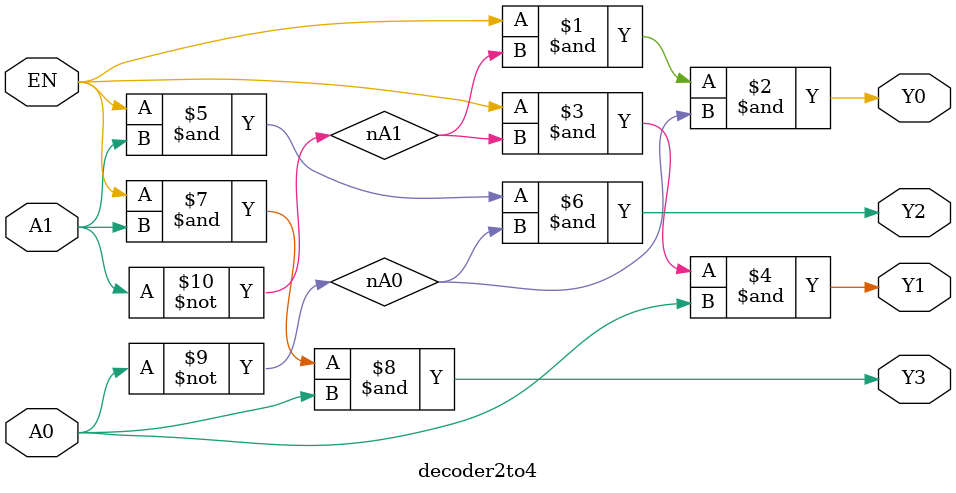
<source format=v>
module decoder2to4 (
    input A0,
    input A1,
    input EN,
    output Y0,
    output Y1,
    output Y2,
    output Y3
);
    wire nA0, nA1;

    not (nA0, A0);
    not (nA1, A1);

    and (Y0, EN, nA1, nA0);
    and (Y1, EN, nA1, A0);
    and (Y2, EN, A1, nA0);
    and (Y3, EN, A1, A0);
endmodule
</source>
